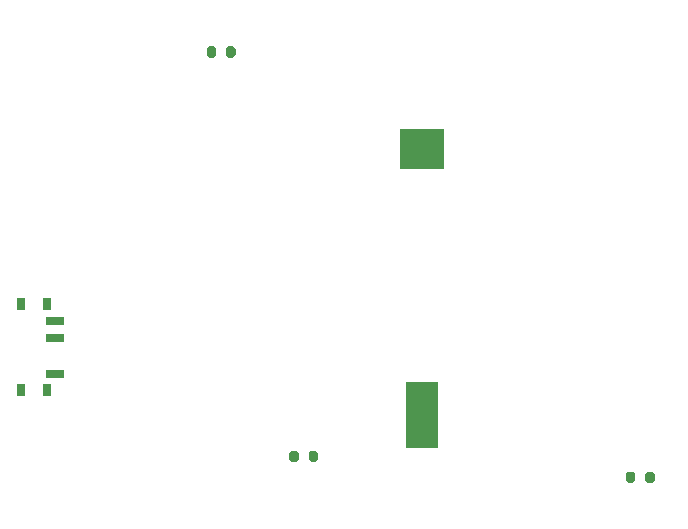
<source format=gbr>
%TF.GenerationSoftware,KiCad,Pcbnew,(5.1.10)-1*%
%TF.CreationDate,2021-10-20T07:51:27+02:00*%
%TF.ProjectId,TVZ_kuglica,54565a5f-6b75-4676-9c69-63612e6b6963,rev?*%
%TF.SameCoordinates,Original*%
%TF.FileFunction,Paste,Bot*%
%TF.FilePolarity,Positive*%
%FSLAX46Y46*%
G04 Gerber Fmt 4.6, Leading zero omitted, Abs format (unit mm)*
G04 Created by KiCad (PCBNEW (5.1.10)-1) date 2021-10-20 07:51:27*
%MOMM*%
%LPD*%
G01*
G04 APERTURE LIST*
%ADD10R,1.500000X0.700000*%
%ADD11R,0.800000X1.000000*%
%ADD12R,3.800000X3.500000*%
%ADD13R,2.800000X5.700000*%
G04 APERTURE END LIST*
D10*
%TO.C,SW1*%
X105930000Y-102000000D03*
X105930000Y-99000000D03*
X105930000Y-97500000D03*
D11*
X103070000Y-103400000D03*
X103070000Y-96100000D03*
X105280000Y-96100000D03*
X105280000Y-103400000D03*
%TD*%
D12*
%TO.C,BT1*%
X137000000Y-83000000D03*
D13*
X137000000Y-105500000D03*
%TD*%
%TO.C,R1*%
G36*
G01*
X118775000Y-75025000D02*
X118775000Y-74475000D01*
G75*
G02*
X118975000Y-74275000I200000J0D01*
G01*
X119375000Y-74275000D01*
G75*
G02*
X119575000Y-74475000I0J-200000D01*
G01*
X119575000Y-75025000D01*
G75*
G02*
X119375000Y-75225000I-200000J0D01*
G01*
X118975000Y-75225000D01*
G75*
G02*
X118775000Y-75025000I0J200000D01*
G01*
G37*
G36*
G01*
X120425000Y-75025000D02*
X120425000Y-74475000D01*
G75*
G02*
X120625000Y-74275000I200000J0D01*
G01*
X121025000Y-74275000D01*
G75*
G02*
X121225000Y-74475000I0J-200000D01*
G01*
X121225000Y-75025000D01*
G75*
G02*
X121025000Y-75225000I-200000J0D01*
G01*
X120625000Y-75225000D01*
G75*
G02*
X120425000Y-75025000I0J200000D01*
G01*
G37*
%TD*%
%TO.C,R2*%
G36*
G01*
X127425000Y-109275000D02*
X127425000Y-108725000D01*
G75*
G02*
X127625000Y-108525000I200000J0D01*
G01*
X128025000Y-108525000D01*
G75*
G02*
X128225000Y-108725000I0J-200000D01*
G01*
X128225000Y-109275000D01*
G75*
G02*
X128025000Y-109475000I-200000J0D01*
G01*
X127625000Y-109475000D01*
G75*
G02*
X127425000Y-109275000I0J200000D01*
G01*
G37*
G36*
G01*
X125775000Y-109275000D02*
X125775000Y-108725000D01*
G75*
G02*
X125975000Y-108525000I200000J0D01*
G01*
X126375000Y-108525000D01*
G75*
G02*
X126575000Y-108725000I0J-200000D01*
G01*
X126575000Y-109275000D01*
G75*
G02*
X126375000Y-109475000I-200000J0D01*
G01*
X125975000Y-109475000D01*
G75*
G02*
X125775000Y-109275000I0J200000D01*
G01*
G37*
%TD*%
%TO.C,R3*%
G36*
G01*
X154275000Y-111025000D02*
X154275000Y-110475000D01*
G75*
G02*
X154475000Y-110275000I200000J0D01*
G01*
X154875000Y-110275000D01*
G75*
G02*
X155075000Y-110475000I0J-200000D01*
G01*
X155075000Y-111025000D01*
G75*
G02*
X154875000Y-111225000I-200000J0D01*
G01*
X154475000Y-111225000D01*
G75*
G02*
X154275000Y-111025000I0J200000D01*
G01*
G37*
G36*
G01*
X155925000Y-111025000D02*
X155925000Y-110475000D01*
G75*
G02*
X156125000Y-110275000I200000J0D01*
G01*
X156525000Y-110275000D01*
G75*
G02*
X156725000Y-110475000I0J-200000D01*
G01*
X156725000Y-111025000D01*
G75*
G02*
X156525000Y-111225000I-200000J0D01*
G01*
X156125000Y-111225000D01*
G75*
G02*
X155925000Y-111025000I0J200000D01*
G01*
G37*
%TD*%
M02*

</source>
